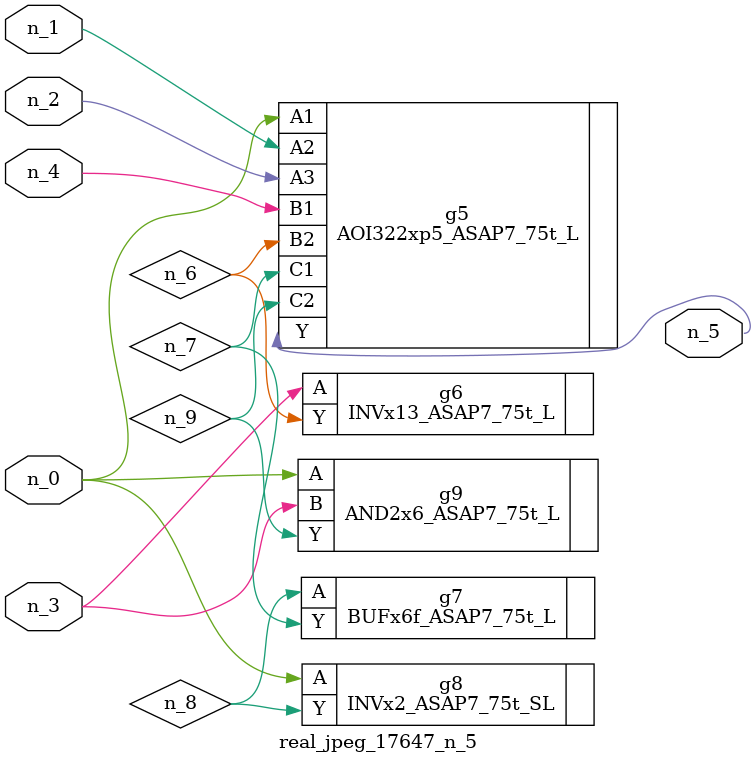
<source format=v>
module real_jpeg_17647_n_5 (n_4, n_0, n_1, n_2, n_3, n_5);

input n_4;
input n_0;
input n_1;
input n_2;
input n_3;

output n_5;

wire n_8;
wire n_6;
wire n_7;
wire n_9;

AOI322xp5_ASAP7_75t_L g5 ( 
.A1(n_0),
.A2(n_1),
.A3(n_2),
.B1(n_4),
.B2(n_6),
.C1(n_7),
.C2(n_9),
.Y(n_5)
);

INVx2_ASAP7_75t_SL g8 ( 
.A(n_0),
.Y(n_8)
);

AND2x6_ASAP7_75t_L g9 ( 
.A(n_0),
.B(n_3),
.Y(n_9)
);

INVx13_ASAP7_75t_L g6 ( 
.A(n_3),
.Y(n_6)
);

BUFx6f_ASAP7_75t_L g7 ( 
.A(n_8),
.Y(n_7)
);


endmodule
</source>
